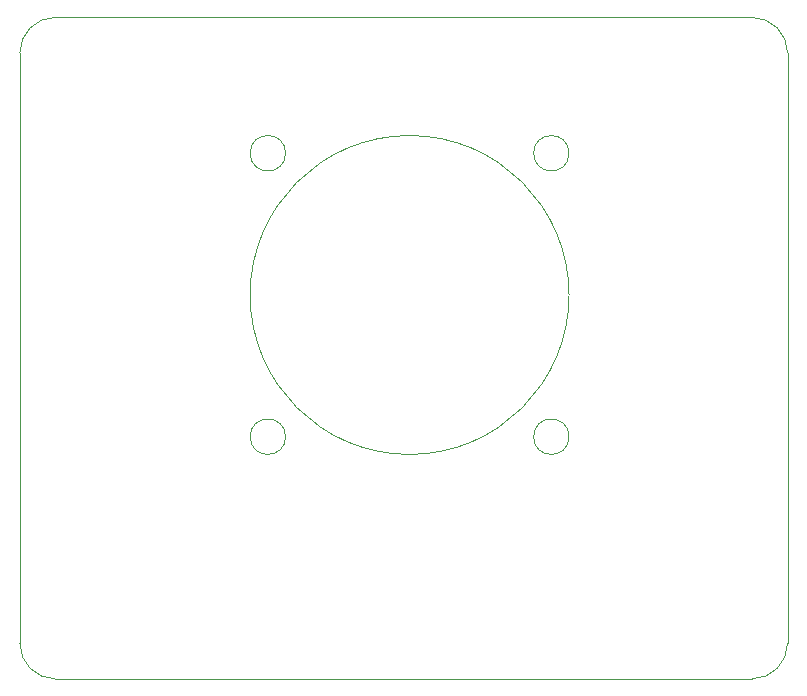
<source format=gm1>
%TF.GenerationSoftware,KiCad,Pcbnew,7.0.9*%
%TF.CreationDate,2024-12-01T07:09:43+09:00*%
%TF.ProjectId,raspi_comm_if_hat,72617370-695f-4636-9f6d-6d5f69665f68,rev?*%
%TF.SameCoordinates,PX5f5e100PY68e7780*%
%TF.FileFunction,Profile,NP*%
%FSLAX46Y46*%
G04 Gerber Fmt 4.6, Leading zero omitted, Abs format (unit mm)*
G04 Created by KiCad (PCBNEW 7.0.9) date 2024-12-01 07:09:43*
%MOMM*%
%LPD*%
G01*
G04 APERTURE LIST*
%TA.AperFunction,Profile*%
%ADD10C,0.100000*%
%TD*%
G04 APERTURE END LIST*
D10*
X46500000Y32500000D02*
G75*
G03*
X46500000Y32500000I-13500000J0D01*
G01*
X0Y53000000D02*
X0Y3000000D01*
X22500000Y20500000D02*
G75*
G03*
X22500000Y20500000I-1500000J0D01*
G01*
X62000000Y0D02*
G75*
G03*
X65000000Y3000000I0J3000000D01*
G01*
X65000000Y53000000D02*
X65000000Y3000000D01*
X0Y3000000D02*
G75*
G03*
X3000000Y0I3000000J0D01*
G01*
X3000000Y56000000D02*
G75*
G03*
X0Y53000000I0J-3000000D01*
G01*
X3000000Y56000000D02*
X62000000Y56000000D01*
X46500000Y44500000D02*
G75*
G03*
X46500000Y44500000I-1500000J0D01*
G01*
X22500000Y44500000D02*
G75*
G03*
X22500000Y44500000I-1500000J0D01*
G01*
X46500000Y20500000D02*
G75*
G03*
X46500000Y20500000I-1500000J0D01*
G01*
X3000000Y0D02*
X62000000Y0D01*
X65000000Y53000000D02*
G75*
G03*
X62000000Y56000000I-3000000J0D01*
G01*
M02*

</source>
